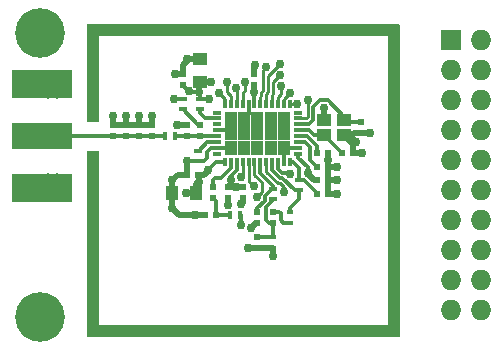
<source format=gtl>
G04 #@! TF.GenerationSoftware,KiCad,Pcbnew,(2017-01-24 revision 0b6147e)-makepkg*
G04 #@! TF.CreationDate,2018-02-06T10:22:29-08:00*
G04 #@! TF.ProjectId,sx1238RfModule,73783132333852664D6F64756C652E6B,rev?*
G04 #@! TF.FileFunction,Copper,L1,Top,Signal*
G04 #@! TF.FilePolarity,Positive*
%FSLAX46Y46*%
G04 Gerber Fmt 4.6, Leading zero omitted, Abs format (unit mm)*
G04 Created by KiCad (PCBNEW (2017-01-24 revision 0b6147e)-makepkg) date 02/06/18 10:22:29*
%MOMM*%
%LPD*%
G01*
G04 APERTURE LIST*
%ADD10C,0.100000*%
%ADD11C,0.635000*%
%ADD12R,1.130000X1.216000*%
%ADD13R,0.300000X0.800000*%
%ADD14R,0.800000X0.300000*%
%ADD15R,1.000000X3.300000*%
%ADD16R,3.300000X1.000000*%
%ADD17R,5.100000X1.000000*%
%ADD18R,1.000000X5.100000*%
%ADD19R,1.000000X2.600000*%
%ADD20R,2.600000X1.000000*%
%ADD21R,0.650000X0.350000*%
%ADD22R,1.200000X1.000000*%
%ADD23R,0.500000X0.550000*%
%ADD24R,0.600000X0.400000*%
%ADD25R,5.080000X2.415000*%
%ADD26R,5.080000X2.290000*%
%ADD27R,0.550000X0.500000*%
%ADD28R,1.000000X1.200000*%
%ADD29R,0.350000X0.650000*%
%ADD30C,4.200000*%
%ADD31O,1.727200X1.727200*%
%ADD32R,1.727200X1.727200*%
%ADD33C,0.762000*%
%ADD34C,1.016000*%
%ADD35C,0.304800*%
%ADD36C,0.508000*%
%ADD37C,1.016000*%
%ADD38C,0.254000*%
G04 APERTURE END LIST*
D10*
D11*
X112260000Y-94101000D03*
X111130000Y-94101000D03*
X110000000Y-94101000D03*
X108870000Y-94101000D03*
X112260000Y-92885000D03*
X111130000Y-92885000D03*
X110000000Y-92885000D03*
X108870000Y-92885000D03*
X107740000Y-92885000D03*
X107740000Y-94101000D03*
X112260000Y-95317000D03*
X111130000Y-95317000D03*
X110000000Y-95317000D03*
X108870000Y-95317000D03*
D12*
X112260000Y-95317000D03*
X111130000Y-95317000D03*
X110000000Y-95317000D03*
X112260000Y-94101000D03*
X111130000Y-94101000D03*
X110000000Y-94101000D03*
X112260000Y-92885000D03*
X111130000Y-92885000D03*
X110000000Y-92885000D03*
X108870000Y-92885000D03*
X108870000Y-94101000D03*
X108870000Y-95317000D03*
X107740000Y-92885000D03*
X107740000Y-94101000D03*
X107740000Y-95317000D03*
D11*
X107740000Y-95317000D03*
D13*
X107250000Y-91650000D03*
X107750000Y-91650000D03*
X108250000Y-91650000D03*
X108750000Y-91650000D03*
X109250000Y-91650000D03*
X109750000Y-91650000D03*
X110250000Y-91650000D03*
X110750000Y-91650000D03*
X111250000Y-91650000D03*
X111750000Y-91650000D03*
X112250000Y-91650000D03*
X112750000Y-91650000D03*
X107250000Y-96550000D03*
X107750000Y-96550000D03*
X108250000Y-96550000D03*
X108750000Y-96550000D03*
X109250000Y-96550000D03*
X109750000Y-96550000D03*
X110250000Y-96550000D03*
X110750000Y-96550000D03*
X111250000Y-96550000D03*
X111750000Y-96550000D03*
X112250000Y-96550000D03*
X112750000Y-96550000D03*
D14*
X106550000Y-92350000D03*
X106550000Y-92850000D03*
X106550000Y-93350000D03*
X106550000Y-93850000D03*
X106550000Y-94350000D03*
X106550000Y-94850000D03*
X106550000Y-95350000D03*
X106550000Y-95850000D03*
X113450000Y-92350000D03*
X113450000Y-92850000D03*
X113450000Y-93350000D03*
X113450000Y-93850000D03*
X113450000Y-94350000D03*
X113450000Y-94850000D03*
X113450000Y-95350000D03*
X113450000Y-95850000D03*
D15*
X96070000Y-109710000D03*
X96070000Y-86510000D03*
X121570000Y-109710000D03*
X121570000Y-86510000D03*
D16*
X97220000Y-110860000D03*
X97220000Y-85360000D03*
X120420000Y-85360000D03*
X120420000Y-110860000D03*
D17*
X108820000Y-85360000D03*
X108820000Y-110860000D03*
D18*
X96070000Y-98110000D03*
X121570000Y-98110000D03*
D19*
X96070000Y-91860000D03*
X96070000Y-104360000D03*
D20*
X115070000Y-110860000D03*
X102570000Y-110860000D03*
X102570000Y-85360000D03*
X115070000Y-85360000D03*
D19*
X121570000Y-104360000D03*
X121570000Y-91860000D03*
D21*
X111350000Y-99640000D03*
X111350000Y-98790000D03*
X113550000Y-98950000D03*
X113550000Y-98100000D03*
D22*
X117351000Y-94280000D03*
X115651000Y-94280000D03*
X117351000Y-92980000D03*
X115651000Y-92980000D03*
D23*
X108800000Y-99580000D03*
X108800000Y-98630000D03*
D24*
X112800000Y-100775000D03*
X112800000Y-101675000D03*
X111350000Y-103800000D03*
X111350000Y-102900000D03*
D22*
X105100000Y-87790000D03*
X105100000Y-89790000D03*
D25*
X91760000Y-89967500D03*
X91760000Y-98732500D03*
D26*
X91760000Y-94350000D03*
D11*
X92310000Y-89967500D03*
X93060000Y-89967500D03*
X92310000Y-89100000D03*
X93060000Y-89100000D03*
X93060000Y-90850000D03*
X92260000Y-90850000D03*
X93060000Y-99600000D03*
X92310000Y-97850000D03*
X93060000Y-97850000D03*
X93060000Y-98717500D03*
X92310000Y-98717500D03*
X92260000Y-99600000D03*
D27*
X115980000Y-98100000D03*
X115030000Y-98100000D03*
X115980000Y-96950000D03*
X115030000Y-96950000D03*
X115980000Y-95800000D03*
X115030000Y-95800000D03*
X118080000Y-95800000D03*
X117130000Y-95800000D03*
D23*
X118800000Y-94080000D03*
X118800000Y-93130000D03*
X105100000Y-93400000D03*
X105100000Y-94350000D03*
X104000000Y-93400000D03*
X104000000Y-94350000D03*
X101100000Y-93400000D03*
X101100000Y-94350000D03*
X100000000Y-93400000D03*
X100000000Y-94350000D03*
X98900000Y-93400000D03*
X98900000Y-94350000D03*
X103660000Y-89060000D03*
X103660000Y-90010000D03*
X109750000Y-89050000D03*
X109750000Y-90000000D03*
D27*
X105520000Y-101000000D03*
X106470000Y-101000000D03*
D23*
X97800000Y-93400000D03*
X97800000Y-94350000D03*
D27*
X115980000Y-99240000D03*
X115030000Y-99240000D03*
D23*
X111350000Y-100745000D03*
X111350000Y-101695000D03*
X110000000Y-103850000D03*
X110000000Y-102900000D03*
X106200000Y-99580000D03*
X106200000Y-98630000D03*
X110000000Y-101705000D03*
X110000000Y-100755000D03*
X107500000Y-99580000D03*
X107500000Y-98630000D03*
D27*
X104050000Y-97600000D03*
X105000000Y-97600000D03*
D28*
X102800000Y-99200000D03*
X104800000Y-99200000D03*
D29*
X107680000Y-101000000D03*
X108530000Y-101000000D03*
D21*
X105100000Y-91210000D03*
X105100000Y-92060000D03*
X105000000Y-96420000D03*
X105000000Y-95570000D03*
X103670000Y-91210000D03*
X103670000Y-92060000D03*
D29*
X102150000Y-94350000D03*
X103000000Y-94350000D03*
D11*
X90480000Y-86690000D03*
X92680000Y-86690000D03*
X92680000Y-84490000D03*
X90380000Y-84490000D03*
X89980000Y-85590000D03*
X91580000Y-87290000D03*
X93180000Y-85590000D03*
X91580000Y-83990000D03*
D30*
X91580000Y-85590000D03*
D11*
X90480000Y-110750000D03*
X92680000Y-110750000D03*
X92680000Y-108550000D03*
X90380000Y-108550000D03*
X89980000Y-109650000D03*
X91580000Y-111350000D03*
X93180000Y-109650000D03*
X91580000Y-108050000D03*
D30*
X91580000Y-109650000D03*
D31*
X128920000Y-109050000D03*
X126380000Y-109050000D03*
X128920000Y-106510000D03*
X126380000Y-106510000D03*
X128920000Y-103970000D03*
X126380000Y-103970000D03*
X128920000Y-101430000D03*
X126380000Y-101430000D03*
X128920000Y-98890000D03*
X126380000Y-98890000D03*
X128920000Y-96350000D03*
X126380000Y-96350000D03*
X128920000Y-93810000D03*
X126380000Y-93810000D03*
X128920000Y-91270000D03*
X126380000Y-91270000D03*
X128920000Y-88730000D03*
X126380000Y-88730000D03*
X128920000Y-86190000D03*
D32*
X126380000Y-86190000D03*
D33*
X108650000Y-100130000D03*
X107530000Y-100140000D03*
X118350000Y-94830000D03*
X115640000Y-92000000D03*
X109460000Y-102160000D03*
X109760000Y-88360000D03*
X104040000Y-87790000D03*
X103010000Y-89060000D03*
X102960000Y-91180000D03*
D34*
X96070000Y-101920000D03*
X96060000Y-106890000D03*
X100070000Y-110860000D03*
X105090000Y-110860000D03*
X112600000Y-110860000D03*
X117570000Y-110860000D03*
X117530000Y-85360000D03*
X112530000Y-85360000D03*
X96070000Y-89380000D03*
X105040000Y-85360000D03*
X100080000Y-85360000D03*
X121570000Y-106860000D03*
X121570000Y-101870000D03*
X121570000Y-94340000D03*
X121570000Y-89380000D03*
D33*
X97800000Y-92650000D03*
X98900000Y-92650000D03*
X100000000Y-92650000D03*
X101110000Y-92650000D03*
X103230000Y-93400000D03*
X116760000Y-99240000D03*
X116770000Y-98100000D03*
X116770000Y-96940000D03*
X115990000Y-96390000D03*
X118850000Y-95800000D03*
X119570000Y-94080000D03*
X111360000Y-104530000D03*
X109200000Y-103840000D03*
X102800000Y-98100000D03*
X104070000Y-96420000D03*
X102800000Y-100450000D03*
X104690000Y-101000000D03*
X106060000Y-89780000D03*
X114250000Y-97440000D03*
X109680000Y-90580000D03*
X105930000Y-91210000D03*
X104180000Y-90490000D03*
X105090000Y-90650000D03*
X103990000Y-99190000D03*
X105020000Y-98210000D03*
X107750000Y-98030000D03*
X105800000Y-97210000D03*
X108160000Y-98630000D03*
X108580000Y-101900000D03*
X112730000Y-97550000D03*
X106740000Y-90660000D03*
X107430000Y-89790000D03*
X108190000Y-90300000D03*
X108940000Y-89760000D03*
X110720000Y-88470000D03*
X111920000Y-88210000D03*
X111890000Y-89190000D03*
X111970000Y-90110000D03*
X112760000Y-90680000D03*
X113390000Y-91600000D03*
X114280000Y-91300000D03*
X112240000Y-99070000D03*
X109930000Y-99490000D03*
X109710000Y-98600000D03*
X108650000Y-97810000D03*
D35*
X114450199Y-95310199D02*
X114450199Y-96370199D01*
X114450199Y-96370199D02*
X115030000Y-96950000D01*
X113990000Y-94850000D02*
X114450199Y-95310199D01*
X113450000Y-94850000D02*
X113990000Y-94850000D01*
D36*
X108800000Y-99580000D02*
X108800000Y-99980000D01*
X108800000Y-99980000D02*
X108650000Y-100130000D01*
X107500000Y-99580000D02*
X107500000Y-100110000D01*
X107500000Y-100110000D02*
X107530000Y-100140000D01*
X118350000Y-94830000D02*
X117800000Y-94280000D01*
X117800000Y-94280000D02*
X117351000Y-94280000D01*
X115651000Y-92980000D02*
X115651000Y-92011000D01*
X115651000Y-92011000D02*
X115640000Y-92000000D01*
X110000000Y-101705000D02*
X109915000Y-101705000D01*
X109915000Y-101705000D02*
X109460000Y-102160000D01*
X109750000Y-89050000D02*
X109750000Y-88370000D01*
X109750000Y-88370000D02*
X109760000Y-88360000D01*
D35*
X113450000Y-95350000D02*
X112293000Y-95350000D01*
X112293000Y-95350000D02*
X112260000Y-95317000D01*
X106550000Y-93850000D02*
X107489000Y-93850000D01*
X107489000Y-93850000D02*
X107740000Y-94101000D01*
X106550000Y-95350000D02*
X107707000Y-95350000D01*
X107707000Y-95350000D02*
X107740000Y-95317000D01*
X109250000Y-91650000D02*
X109250000Y-92505000D01*
X109250000Y-92505000D02*
X108870000Y-92885000D01*
X112250000Y-96550000D02*
X112250000Y-95327000D01*
X112250000Y-95327000D02*
X112260000Y-95317000D01*
D36*
X104040000Y-87960000D02*
X103660000Y-88340000D01*
X103660000Y-88340000D02*
X103660000Y-89060000D01*
X104040000Y-87790000D02*
X104040000Y-87960000D01*
X105100000Y-87790000D02*
X104040000Y-87790000D01*
X103660000Y-89060000D02*
X103010000Y-89060000D01*
D35*
X103670000Y-91210000D02*
X102990000Y-91210000D01*
X102990000Y-91210000D02*
X102960000Y-91180000D01*
D37*
X96070000Y-101920000D02*
X96070000Y-98110000D01*
X96070000Y-104360000D02*
X96070000Y-101920000D01*
X96060000Y-106890000D02*
X96060000Y-104370000D01*
X96060000Y-104370000D02*
X96070000Y-104360000D01*
X96070000Y-109710000D02*
X96070000Y-106900000D01*
X96070000Y-106900000D02*
X96060000Y-106890000D01*
X100070000Y-110860000D02*
X97220000Y-110860000D01*
X102570000Y-110860000D02*
X100070000Y-110860000D01*
X105090000Y-110860000D02*
X102570000Y-110860000D01*
X108820000Y-110860000D02*
X105090000Y-110860000D01*
X112600000Y-110860000D02*
X108820000Y-110860000D01*
X115070000Y-110860000D02*
X112600000Y-110860000D01*
X117570000Y-110860000D02*
X115070000Y-110860000D01*
X120420000Y-110860000D02*
X117570000Y-110860000D01*
X117530000Y-85360000D02*
X120420000Y-85360000D01*
X115070000Y-85360000D02*
X117530000Y-85360000D01*
X112530000Y-85360000D02*
X115070000Y-85360000D01*
X108820000Y-85360000D02*
X112530000Y-85360000D01*
X96070000Y-89380000D02*
X96070000Y-86510000D01*
X96070000Y-91860000D02*
X96070000Y-89380000D01*
X105040000Y-85360000D02*
X108820000Y-85360000D01*
X102570000Y-85360000D02*
X105040000Y-85360000D01*
X100080000Y-85360000D02*
X102570000Y-85360000D01*
X97220000Y-85360000D02*
X100080000Y-85360000D01*
X121570000Y-106860000D02*
X121570000Y-109710000D01*
X121570000Y-104360000D02*
X121570000Y-106860000D01*
X121570000Y-101870000D02*
X121570000Y-104360000D01*
X121570000Y-98110000D02*
X121570000Y-101870000D01*
X121570000Y-94340000D02*
X121570000Y-98110000D01*
X121570000Y-91860000D02*
X121570000Y-94340000D01*
X121570000Y-89380000D02*
X121570000Y-91860000D01*
X121570000Y-86510000D02*
X121570000Y-89380000D01*
D36*
X97800000Y-93400000D02*
X97800000Y-92650000D01*
X98900000Y-93400000D02*
X98900000Y-92650000D01*
X100000000Y-93400000D02*
X100000000Y-92650000D01*
X101100000Y-93400000D02*
X101100000Y-92660000D01*
X101100000Y-92660000D02*
X101110000Y-92650000D01*
X103230000Y-93400000D02*
X104000000Y-93400000D01*
X115980000Y-99240000D02*
X116760000Y-99240000D01*
X115980000Y-98100000D02*
X116770000Y-98100000D01*
X115980000Y-96950000D02*
X115980000Y-98100000D01*
X115980000Y-96950000D02*
X116760000Y-96950000D01*
X116760000Y-96950000D02*
X116770000Y-96940000D01*
X115990000Y-96390000D02*
X115990000Y-96940000D01*
X115990000Y-96940000D02*
X115980000Y-96950000D01*
X115980000Y-95800000D02*
X115980000Y-96380000D01*
X115980000Y-96380000D02*
X115990000Y-96390000D01*
X118080000Y-95800000D02*
X118850000Y-95800000D01*
X118800000Y-94080000D02*
X119570000Y-94080000D01*
X111350000Y-103800000D02*
X111350000Y-104520000D01*
X111350000Y-104520000D02*
X111360000Y-104530000D01*
X110000000Y-103850000D02*
X109210000Y-103850000D01*
X109210000Y-103850000D02*
X109200000Y-103840000D01*
X102800000Y-98100000D02*
X102800000Y-99200000D01*
X104050000Y-97600000D02*
X103300000Y-97600000D01*
X103300000Y-97600000D02*
X102800000Y-98100000D01*
D35*
X104070000Y-96420000D02*
X105000000Y-96420000D01*
D36*
X104050000Y-97600000D02*
X104050000Y-96440000D01*
X104050000Y-96440000D02*
X104070000Y-96420000D01*
X102800000Y-100450000D02*
X102800000Y-99200000D01*
X104690000Y-101000000D02*
X103350000Y-101000000D01*
X103350000Y-101000000D02*
X102800000Y-100450000D01*
X105520000Y-101000000D02*
X104690000Y-101000000D01*
D35*
X105700000Y-96200000D02*
X105480000Y-96420000D01*
X105480000Y-96420000D02*
X105000000Y-96420000D01*
X105700000Y-95700000D02*
X105700000Y-96200000D01*
X106050000Y-95350000D02*
X105700000Y-95700000D01*
X106550000Y-95350000D02*
X106050000Y-95350000D01*
D36*
X100000000Y-93400000D02*
X101100000Y-93400000D01*
X98900000Y-93400000D02*
X100000000Y-93400000D01*
X97800000Y-93400000D02*
X98900000Y-93400000D01*
X111350000Y-103800000D02*
X110050000Y-103800000D01*
X110050000Y-103800000D02*
X110000000Y-103850000D01*
X115980000Y-98100000D02*
X115980000Y-99240000D01*
X118080000Y-95800000D02*
X118080000Y-95009000D01*
X118080000Y-95009000D02*
X117351000Y-94280000D01*
X117970000Y-94280000D02*
X118170000Y-94080000D01*
X118170000Y-94080000D02*
X118800000Y-94080000D01*
X117351000Y-94280000D02*
X117970000Y-94280000D01*
D35*
X117130000Y-95800000D02*
X117130000Y-95759000D01*
X117130000Y-95759000D02*
X115651000Y-94280000D01*
X114350000Y-93850000D02*
X114780000Y-94280000D01*
X114780000Y-94280000D02*
X115651000Y-94280000D01*
X113450000Y-93850000D02*
X114350000Y-93850000D01*
X114160000Y-94350000D02*
X115030000Y-95220000D01*
X115030000Y-95220000D02*
X115030000Y-95800000D01*
X113450000Y-94350000D02*
X114160000Y-94350000D01*
D36*
X105100000Y-89790000D02*
X106050000Y-89790000D01*
X106050000Y-89790000D02*
X106060000Y-89780000D01*
X114250000Y-97540000D02*
X114810000Y-98100000D01*
X114810000Y-98100000D02*
X115030000Y-98100000D01*
X114250000Y-97440000D02*
X114250000Y-97540000D01*
D35*
X113450000Y-96180000D02*
X114250000Y-96980000D01*
X114250000Y-96980000D02*
X114250000Y-97440000D01*
X113450000Y-95850000D02*
X113450000Y-96180000D01*
D36*
X109680000Y-90580000D02*
X109680000Y-90070000D01*
X109680000Y-90070000D02*
X109750000Y-90000000D01*
D35*
X109750000Y-91650000D02*
X109750000Y-90650000D01*
X109750000Y-90650000D02*
X109680000Y-90580000D01*
X105100000Y-91210000D02*
X105930000Y-91210000D01*
X104180000Y-90490000D02*
X104140000Y-90490000D01*
X104140000Y-90490000D02*
X103660000Y-90010000D01*
X105090000Y-90650000D02*
X104340000Y-90650000D01*
X104340000Y-90650000D02*
X104180000Y-90490000D01*
X105090000Y-90650000D02*
X105090000Y-89800000D01*
X105090000Y-89800000D02*
X105100000Y-89790000D01*
X105100000Y-91210000D02*
X105100000Y-90660000D01*
X105100000Y-90660000D02*
X105090000Y-90650000D01*
D36*
X104800000Y-99200000D02*
X104000000Y-99200000D01*
X104000000Y-99200000D02*
X103990000Y-99190000D01*
X105020000Y-98210000D02*
X105020000Y-97620000D01*
X105020000Y-97620000D02*
X105000000Y-97600000D01*
X104800000Y-99200000D02*
X104800000Y-98430000D01*
X104800000Y-98430000D02*
X105020000Y-98210000D01*
X107750000Y-98030000D02*
X107750000Y-98380000D01*
X107750000Y-98380000D02*
X107500000Y-98630000D01*
D35*
X108250000Y-97220000D02*
X107750000Y-97720000D01*
X107750000Y-97720000D02*
X107750000Y-98030000D01*
X108250000Y-96550000D02*
X108250000Y-97220000D01*
D36*
X105800000Y-97260000D02*
X105460000Y-97600000D01*
X105460000Y-97600000D02*
X105000000Y-97600000D01*
X105800000Y-97210000D02*
X105800000Y-97260000D01*
D35*
X107250000Y-96550000D02*
X106460000Y-96550000D01*
X106460000Y-96550000D02*
X105800000Y-97210000D01*
D36*
X108160000Y-98630000D02*
X108800000Y-98630000D01*
X107500000Y-98630000D02*
X108160000Y-98630000D01*
D35*
X115964199Y-91314199D02*
X117351000Y-92701000D01*
X117351000Y-92701000D02*
X117351000Y-92980000D01*
X115310815Y-91314199D02*
X115964199Y-91314199D01*
X114720000Y-91905014D02*
X115310815Y-91314199D01*
X114720000Y-92990000D02*
X114720000Y-91905014D01*
X114360000Y-93350000D02*
X114720000Y-92990000D01*
X113450000Y-93350000D02*
X114360000Y-93350000D01*
X118800000Y-93130000D02*
X117501000Y-93130000D01*
X117501000Y-93130000D02*
X117351000Y-92980000D01*
X115030000Y-99180000D02*
X113950000Y-98100000D01*
X113950000Y-98100000D02*
X113550000Y-98100000D01*
X115030000Y-99240000D02*
X115030000Y-99180000D01*
X113020000Y-96550000D02*
X113550000Y-97080000D01*
X113550000Y-97080000D02*
X113550000Y-98100000D01*
X112750000Y-96550000D02*
X113020000Y-96550000D01*
X106470000Y-101000000D02*
X106470000Y-99850000D01*
X106470000Y-99850000D02*
X106200000Y-99580000D01*
X107680000Y-101000000D02*
X106470000Y-101000000D01*
X111970000Y-100890000D02*
X111825000Y-100745000D01*
X111825000Y-100745000D02*
X111350000Y-100745000D01*
X111970000Y-101440000D02*
X111970000Y-100890000D01*
X112205000Y-101675000D02*
X111970000Y-101440000D01*
X112800000Y-101675000D02*
X112205000Y-101675000D01*
X111350000Y-99640000D02*
X111350000Y-99760000D01*
X111350000Y-99760000D02*
X110720000Y-100390000D01*
X110720000Y-100390000D02*
X110720000Y-101430000D01*
X110720000Y-101430000D02*
X110985000Y-101695000D01*
X110985000Y-101695000D02*
X111350000Y-101695000D01*
X111350000Y-102900000D02*
X111350000Y-101695000D01*
X110000000Y-102900000D02*
X111350000Y-102900000D01*
X106420000Y-97870000D02*
X106200000Y-98090000D01*
X106200000Y-98090000D02*
X106200000Y-98630000D01*
X106920000Y-97870000D02*
X106420000Y-97870000D01*
X107750000Y-97040000D02*
X106920000Y-97870000D01*
X107750000Y-96550000D02*
X107750000Y-97040000D01*
X106200000Y-98630000D02*
X106200000Y-98560000D01*
X111350000Y-98790000D02*
X111250000Y-98790000D01*
X111250000Y-98790000D02*
X110650000Y-99390000D01*
X110650000Y-99390000D02*
X110650000Y-99800000D01*
X110650000Y-99800000D02*
X110000000Y-100450000D01*
X110000000Y-100450000D02*
X110000000Y-100755000D01*
X111350000Y-98790000D02*
X111220000Y-98790000D01*
X110250000Y-97470000D02*
X111350000Y-98570000D01*
X111350000Y-98570000D02*
X111350000Y-98790000D01*
X110250000Y-96550000D02*
X110250000Y-97470000D01*
X104000000Y-94350000D02*
X103000000Y-94350000D01*
X105100000Y-94350000D02*
X104000000Y-94350000D01*
X106550000Y-94350000D02*
X105100000Y-94350000D01*
X105100000Y-93400000D02*
X105010000Y-93400000D01*
X105010000Y-93400000D02*
X103670000Y-92060000D01*
X97800000Y-94350000D02*
X91760000Y-94350000D01*
X98900000Y-94350000D02*
X97800000Y-94350000D01*
X100000000Y-94350000D02*
X98900000Y-94350000D01*
X101100000Y-94350000D02*
X100000000Y-94350000D01*
X102150000Y-94350000D02*
X101100000Y-94350000D01*
X108580000Y-101900000D02*
X108580000Y-101050000D01*
X108580000Y-101050000D02*
X108530000Y-101000000D01*
X112094511Y-97446579D02*
X112626579Y-97446579D01*
X112626579Y-97446579D02*
X112730000Y-97550000D01*
X111750000Y-97102068D02*
X112094511Y-97446579D01*
X111750000Y-96550000D02*
X111750000Y-97102068D01*
X112800000Y-100460000D02*
X113550000Y-99710000D01*
X113550000Y-99710000D02*
X113550000Y-98950000D01*
X112800000Y-100775000D02*
X112800000Y-100460000D01*
X112093789Y-97903789D02*
X113140000Y-98950000D01*
X113140000Y-98950000D02*
X113550000Y-98950000D01*
X111905129Y-97903789D02*
X112093789Y-97903789D01*
X111250000Y-97248660D02*
X111905129Y-97903789D01*
X111250000Y-96550000D02*
X111250000Y-97248660D01*
X105560000Y-92850000D02*
X105100000Y-92390000D01*
X105100000Y-92390000D02*
X105100000Y-92060000D01*
X106550000Y-92850000D02*
X105560000Y-92850000D01*
X105030000Y-95570000D02*
X105750000Y-94850000D01*
X105750000Y-94850000D02*
X106550000Y-94850000D01*
X105000000Y-95570000D02*
X105030000Y-95570000D01*
D38*
X107250000Y-91650000D02*
X107250000Y-91170000D01*
X107250000Y-91170000D02*
X106740000Y-90660000D01*
X107750000Y-90930000D02*
X107430000Y-90610000D01*
X107430000Y-90610000D02*
X107430000Y-89790000D01*
X107750000Y-91650000D02*
X107750000Y-90930000D01*
X108250000Y-91650000D02*
X108250000Y-90360000D01*
X108250000Y-90360000D02*
X108190000Y-90300000D01*
X108750000Y-90660000D02*
X108940000Y-90470000D01*
X108940000Y-90470000D02*
X108940000Y-89760000D01*
X108750000Y-91650000D02*
X108750000Y-90660000D01*
X110480000Y-90490500D02*
X110480000Y-88710000D01*
X110480000Y-88710000D02*
X110720000Y-88470000D01*
X110343590Y-90626910D02*
X110480000Y-90490500D01*
X110343590Y-90930000D02*
X110343590Y-90626910D01*
X110250000Y-91023590D02*
X110343590Y-90930000D01*
X110250000Y-91650000D02*
X110250000Y-91023590D01*
X110903189Y-90642061D02*
X110903189Y-89226811D01*
X110903189Y-89226811D02*
X111920000Y-88210000D01*
X110750000Y-90795250D02*
X110903189Y-90642061D01*
X110750000Y-91650000D02*
X110750000Y-90795250D01*
X111309599Y-90810401D02*
X111309599Y-89770401D01*
X111309599Y-89770401D02*
X111890000Y-89190000D01*
X111250000Y-90870000D02*
X111309599Y-90810401D01*
X111250000Y-91650000D02*
X111250000Y-90870000D01*
X111750000Y-91010000D02*
X111970000Y-90790000D01*
X111970000Y-90790000D02*
X111970000Y-90110000D01*
X111750000Y-91650000D02*
X111750000Y-91010000D01*
X112250000Y-91650000D02*
X112250000Y-91190000D01*
X112250000Y-91190000D02*
X112760000Y-90680000D01*
X113390000Y-91600000D02*
X113340000Y-91650000D01*
X113340000Y-91650000D02*
X112750000Y-91650000D01*
X114120000Y-92850000D02*
X114280000Y-92690000D01*
X114280000Y-92690000D02*
X114280000Y-91300000D01*
X113450000Y-92850000D02*
X114120000Y-92850000D01*
X111905599Y-98335599D02*
X112240000Y-98670000D01*
X112240000Y-98670000D02*
X112240000Y-99070000D01*
X111726269Y-98335599D02*
X111905599Y-98335599D01*
X110750000Y-97359330D02*
X111726269Y-98335599D01*
X110750000Y-96550000D02*
X110750000Y-97359330D01*
X109930000Y-99490000D02*
X110370401Y-99049599D01*
X110370401Y-99049599D02*
X110370401Y-98230401D01*
X110370401Y-98230401D02*
X109750000Y-97610000D01*
X109750000Y-97610000D02*
X109750000Y-96550000D01*
X109320000Y-98210000D02*
X109710000Y-98600000D01*
X109250000Y-96550000D02*
X109320000Y-96620000D01*
X109320000Y-96620000D02*
X109320000Y-98210000D01*
X108650000Y-97810000D02*
X108750000Y-97710000D01*
X108750000Y-97710000D02*
X108750000Y-96550000D01*
M02*

</source>
